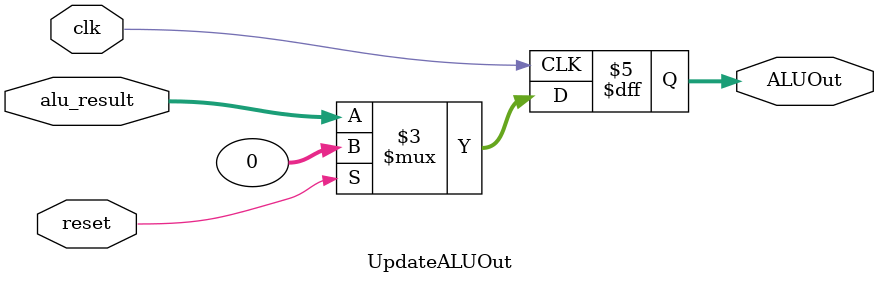
<source format=v>
module UpdateALUOut #(parameter data_width = 32) ( 
    input reset,
	input clk,
    input [data_width - 1 : 0] alu_result,
       	output reg [data_width - 1: 0] ALUOut);

always @(posedge clk) begin
    if(reset) ALUOut <= 0;
    else ALUOut <= alu_result;
end

endmodule

</source>
